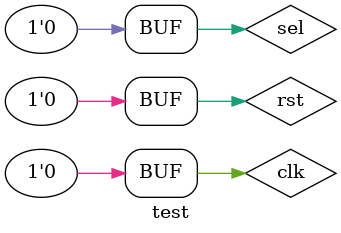
<source format=v>
`timescale 1ns/1ns
module test;

	// registers and wires
	reg				clk;
	reg				rst;
	reg				sel;
	wire  			SRAMWEn;
	wire 	[17:0]	SRAMaddress;
	wire 	[15:0]	SRAMdata;

	// module for test
 SRAM sram
  (
    .clk(clk),
    .rst(rst),
    .write(SRAMWEn),
    .address(SRAMaddress),
    .data(SRAMdata)
  );
	// defparam sram.data_lenght = 20;

	// module under test
	MIPS UUT
	(
		.clk(clk),
		.rst(rst),
		.sel(sel),
		.SRAMWEn(SRAMWEn), 		//	SRAM Write Enable
		.SRAMaddress(SRAMaddress), 	//	SRAM Address bus 18 Bits
		.SRAMdata(SRAMdata) 		//	SRAM Data bus 16 Bits
	);

	// write a test

	initial repeat (2000) #(10) clk = ~clk;

	initial
	begin
				clk = 0; 	rst = 0;	sel = 1;
		#( 35 ) rst = 1;
		#( 40 ) rst = 0;
		#( 10000 )	sel = 0;
		#( 35 ) rst = 1;
		#( 40 ) rst = 0;
	end

endmodule

</source>
